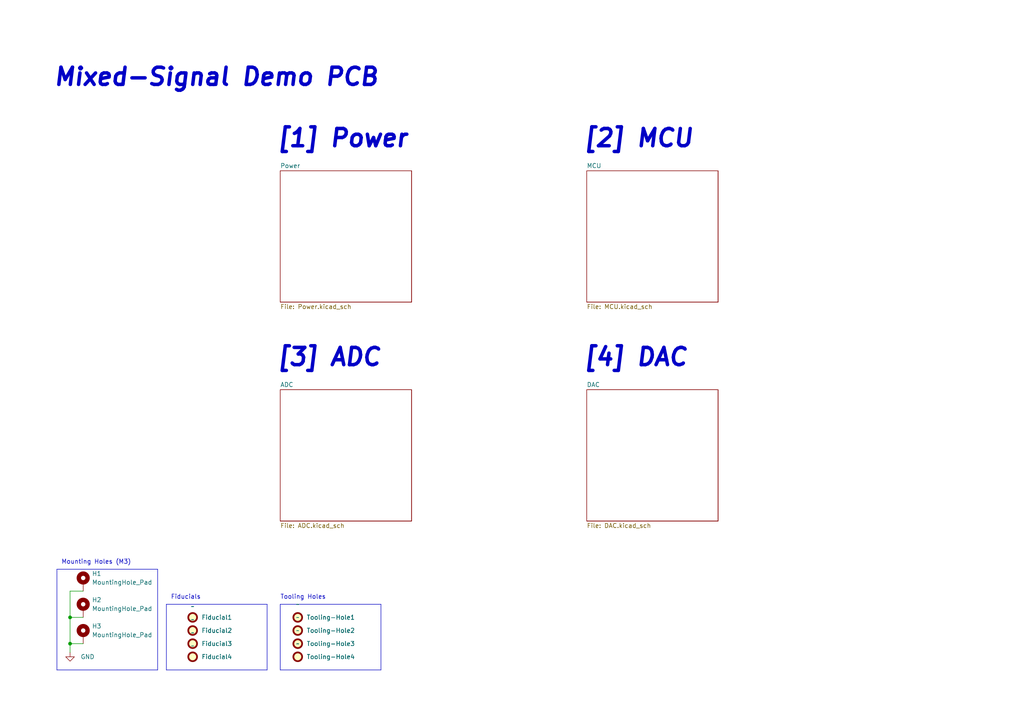
<source format=kicad_sch>
(kicad_sch (version 20230121) (generator eeschema)
  (paper "A4")
  (title_block (title "Mixed Signal PCB") (date "2024-04-14") (rev "1.0") (company "Ceyhun Pempeci"))
  (lib_symbols
    (symbol "Mechanical:MountingHole_Pad" (pin_numbers hide) (pin_names (offset 1.016) hide)
      (property "Reference" "H" (at 0 6.35 0))
      (property "Value" "MountingHole_Pad" (at 0 4.445 0))
      (symbol "MountingHole_Pad_0_1"
        (circle (center 0 1.27) (radius 1.27) (stroke (width 1.27)))
      )
      (symbol "MountingHole_Pad_1_1"
        (pin input line (at 0 -2.54 90) (length 2.54) (name "1") (number "1"))
      )
    )
    (symbol "ceyhun:Fiducial"
      (property "Reference" "Fiducial" (at 0 2.54 0))
      (symbol "Fiducial_0_1"
        (circle (center 0 0) (radius 1.27) (stroke (width 0.508)) (fill (type background)))
      )
    )
    (symbol "ceyhun:Tooling_Hole"
      (property "Reference" "Tooling-Hole" (at 0 3.81 0))
      (symbol "Tooling_Hole_0_1"
        (circle (center 0 0) (radius 1.27) (stroke (width 0.508)) (fill (type background)))
      )
    )
    (symbol "power:GND" (power) (pin_names (offset 0))
      (property "Value" "GND" (at 0 -3.81 0))
      (symbol "GND_0_1"
        (polyline (pts (xy 0 0) (xy 0 -1.27) (xy 1.27 -1.27) (xy 0 -2.54) (xy -1.27 -1.27) (xy 0 -1.27)))
      )
      (symbol "GND_1_1"
        (pin power_in line (at 0 0 270) (length 0) hide (name "GND") (number "1"))
      )
    )
  )
  (junction (at 20.32 179.07))
  (junction (at 20.32 186.69))
  (polyline (pts (xy 77.47 194.31) (xy 77.47 175.26)))
  (wire (pts (xy 20.32 171.45) (xy 24.13 171.45)))
  (wire (pts (xy 24.13 179.07) (xy 20.32 179.07)))
  (polyline (pts (xy 48.26 194.31) (xy 77.47 194.31)))
  (polyline (pts (xy 45.72 194.31) (xy 45.72 165.1)))
  (wire (pts (xy 20.32 179.07) (xy 20.32 186.69)))
  (polyline (pts (xy 16.51 165.1) (xy 16.51 194.31)))
  (polyline (pts (xy 81.28 194.31) (xy 110.49 194.31)))
  (polyline (pts (xy 48.26 175.26) (xy 48.26 194.31)))
  (polyline (pts (xy 16.51 194.31) (xy 45.72 194.31)))
  (polyline (pts (xy 110.49 194.31) (xy 110.49 175.26)))
  (polyline (pts (xy 81.28 175.26) (xy 81.28 194.31)))
  (wire (pts (xy 20.32 171.45) (xy 20.32 179.07)))
  (polyline (pts (xy 81.28 175.26) (xy 110.49 175.26)))
  (polyline (pts (xy 48.26 175.26) (xy 77.47 175.26)))
  (wire (pts (xy 20.32 186.69) (xy 20.32 189.23)))
  (wire (pts (xy 24.13 186.69) (xy 20.32 186.69)))
  (polyline (pts (xy 16.51 165.1) (xy 45.72 165.1)))
  (text "[4] DAC" (at 168.91 106.68 0) (effects (font (size 5.0038 5.0038) (thickness 1.0008) bold italic) (justify left bottom)))
  (text "Mixed-Signal Demo PCB" (at 15.24 25.4 0) (effects (font (size 5.0038 5.0038) (thickness 1.0008) bold italic) (justify left bottom)))
  (text "Fiducials" (at 49.53 173.99 0) (effects (font (size 1.27 1.27)) (justify left bottom)))
  (text "[3] ADC" (at 80.01 106.68 0) (effects (font (size 5.0038 5.0038) (thickness 1.0008) bold italic) (justify left bottom)))
  (text "Mounting Holes (M3)" (at 17.78 163.83 0) (effects (font (size 1.27 1.27)) (justify left bottom)))
  (text "[2] MCU" (at 168.91 43.18 0) (effects (font (size 5.0038 5.0038) (thickness 1.0008) bold italic) (justify left bottom)))
  (text "Tooling Holes" (at 81.28 173.99 0) (effects (font (size 1.27 1.27)) (justify left bottom)))
  (text "[1] Power" (at 80.01 43.18 0) (effects (font (size 5.0038 5.0038) (thickness 1.0008) bold italic) (justify left bottom)))
  (symbol (lib_id "ceyhun:Fiducial") (at 55.88 179.07 0) (unit 1) (in_bom no)
    (property "Reference" "Fiducial1" (at 58.42 179.07 0) (effects (justify left)))
    (property "Value" "~" (at 55.88 175.895 0))
    (property "Footprint" "ceyhun:Fiducial_1mm_Mask2mm" (effects hide))
  )
  (symbol (lib_id "ceyhun:Tooling_Hole") (at 86.36 190.5 0) (unit 1) (in_bom no)
    (property "Reference" "Tooling-Hole4" (at 88.9 190.5 0) (effects (justify left)))
    (property "Value" "~" (at 86.36 186.69 0))
    (property "Footprint" "ceyhun:ToolingHole" (effects hide))
  )
  (symbol (lib_id "ceyhun:Tooling_Hole") (at 86.36 179.07 0) (unit 1) (in_bom no)
    (property "Reference" "Tooling-Hole1" (at 88.9 179.07 0) (effects (justify left)))
    (property "Value" "~" (at 86.36 175.26 0))
    (property "Footprint" "ceyhun:ToolingHole" (effects hide))
  )
  (symbol (lib_id "ceyhun:Fiducial") (at 55.88 182.88 0) (unit 1) (in_bom no)
    (property "Reference" "Fiducial2" (at 58.42 182.88 0) (effects (justify left)))
    (property "Value" "~" (at 55.88 179.705 0))
    (property "Footprint" "ceyhun:Fiducial_1mm_Mask2mm" (effects hide))
  )
  (symbol (lib_id "ceyhun:Fiducial") (at 55.88 186.69 0) (unit 1) (in_bom no)
    (property "Reference" "Fiducial3" (at 58.42 186.69 0) (effects (justify left)))
    (property "Value" "~" (at 55.88 183.515 0))
    (property "Footprint" "ceyhun:Fiducial_1mm_Mask2mm" (effects hide))
  )
  (symbol (lib_id "power:GND") (at 20.32 189.23 0) (unit 1)
    (property "Reference" "#PWR040" (effects hide))
    (property "Value" "GND" (at 25.4 190.5 0))
  )
  (symbol (lib_id "ceyhun:Tooling_Hole") (at 86.36 182.88 0) (unit 1) (in_bom no)
    (property "Reference" "Tooling-Hole2" (at 88.9 182.88 0) (effects (justify left)))
    (property "Value" "~" (at 86.36 179.07 0))
    (property "Footprint" "ceyhun:ToolingHole" (effects hide))
  )
  (symbol (lib_id "ceyhun:Fiducial") (at 55.88 190.5 0) (unit 1) (in_bom no)
    (property "Reference" "Fiducial4" (at 58.42 190.5 0) (effects (justify left)))
    (property "Value" "~" (at 55.88 187.325 0))
    (property "Footprint" "ceyhun:Fiducial_1mm_Mask2mm" (effects hide))
  )
  (symbol (lib_id "Mechanical:MountingHole_Pad") (at 24.13 184.15 0) (unit 1) (in_bom no)
    (property "Reference" "H3" (at 26.67 181.61 0) (effects (justify left)))
    (property "Value" "MountingHole_Pad" (at 26.67 184.15 0) (effects (justify left)))
    (property "Footprint" "MountingHole:MountingHole_3.2mm_M3_Pad_Via" (effects hide))
    (property "LCSC" "-" (effects hide))
  )
  (symbol (lib_id "ceyhun:Tooling_Hole") (at 86.36 186.69 0) (unit 1) (in_bom no)
    (property "Reference" "Tooling-Hole3" (at 88.9 186.69 0) (effects (justify left)))
    (property "Value" "~" (at 86.36 182.88 0))
    (property "Footprint" "ceyhun:ToolingHole" (effects hide))
  )
  (symbol (lib_id "Mechanical:MountingHole_Pad") (at 24.13 176.53 0) (unit 1) (in_bom no)
    (property "Reference" "H2" (at 26.67 173.99 0) (effects (justify left)))
    (property "Value" "MountingHole_Pad" (at 26.67 176.53 0) (effects (justify left)))
    (property "Footprint" "MountingHole:MountingHole_3.2mm_M3_Pad_Via" (effects hide))
    (property "LCSC" "-" (effects hide))
  )
  (symbol (lib_id "Mechanical:MountingHole_Pad") (at 24.13 168.91 0) (unit 1) (in_bom no)
    (property "Reference" "H1" (at 26.67 166.37 0) (effects (justify left)))
    (property "Value" "MountingHole_Pad" (at 26.67 168.91 0) (effects (justify left)))
    (property "Footprint" "MountingHole:MountingHole_3.2mm_M3_Pad_Via" (effects hide))
    (property "LCSC" "-" (effects hide))
  )
  (sheet (at 81.28 49.53) (size 38.1 38.1)
    (property "Sheetname" "Power" (at 81.28 48.8184 0) (effects (justify left bottom)))
    (property "Sheetfile" "Power.kicad_sch" (at 81.28 88.2146 0) (effects (justify left top)))
  )
  (sheet (at 170.18 49.53) (size 38.1 38.1)
    (property "Sheetname" "MCU" (at 170.18 48.8184 0) (effects (justify left bottom)))
    (property "Sheetfile" "MCU.kicad_sch" (at 170.18 88.2146 0) (effects (justify left top)))
  )
  (sheet (at 81.28 113.03) (size 38.1 38.1)
    (property "Sheetname" "ADC" (at 81.28 112.3184 0) (effects (justify left bottom)))
    (property "Sheetfile" "ADC.kicad_sch" (at 81.28 151.7146 0) (effects (justify left top)))
  )
  (sheet (at 170.18 113.03) (size 38.1 38.1)
    (property "Sheetname" "DAC" (at 170.18 112.3184 0) (effects (justify left bottom)))
    (property "Sheetfile" "DAC.kicad_sch" (at 170.18 151.7146 0) (effects (justify left top)))
  )
)
</source>
